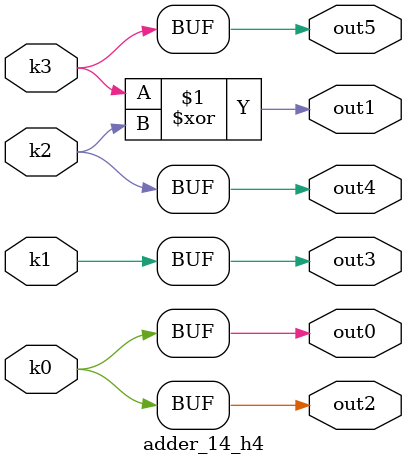
<source format=v>
module adder_14(pi00, pi01, pi02, pi03, pi04, pi05, pi06, pi07, pi08, pi09, po0, po1, po2, po3, po4, po5);
input pi00, pi01, pi02, pi03, pi04, pi05, pi06, pi07, pi08, pi09;
output po0, po1, po2, po3, po4, po5;
wire k0, k1, k2, k3;
adder_14_w4 DUT1 (pi00, pi01, pi02, pi03, pi04, pi05, pi06, pi07, pi08, pi09, k0, k1, k2, k3);
adder_14_h4 DUT2 (k0, k1, k2, k3, po0, po1, po2, po3, po4, po5);
endmodule

module adder_14_w4(in9, in8, in7, in6, in5, in4, in3, in2, in1, in0, k3, k2, k1, k0);
input in9, in8, in7, in6, in5, in4, in3, in2, in1, in0;
output k3, k2, k1, k0;
assign k0 =   ((~in6 ^ in2) & (((~in7 | ~in3) & (((~in9 | ~in5) & ((in1 & ~in8) | (~in0 & ~in4))) | (~in9 & ~in5 & (~in8 | ~in4)) | (~in8 & ~in4))) | (~in7 & ~in3))) | ((in6 ^ in2) & ((in7 & in3) | ((in7 | in3) & (((in9 | in5) & ((in0 & in8) | (~in1 & in4))) | (in8 & in4) | (in9 & in5 & (in8 | in4))))));
assign k1 =   ((~in7 ^ in3) & (((~in9 | ~in5) & ((in1 & ~in8) | (~in0 & ~in4))) | (~in9 & ~in5 & (~in8 | ~in4)) | (~in8 & ~in4))) | ((in7 ^ in3) & (((in9 | in5) & ((in0 & in8) | (~in1 & in4))) | (in8 & in4) | (in9 & in5 & (in8 | in4))));
assign k2 =   ((~in9 | ~in5) & ((in1 & in8 & in4) | (~in0 & ~in8 & ~in4))) | ((in9 | in5) & ((~in1 & ~in8 & in4) | (in0 & in8 & ~in4))) | (in9 & in5 & (in8 ^ in4)) | (~in9 & ~in5 & (~in8 ^ in4));
assign k3 =   (in0 & (in9 ^ in5)) | (in1 & (~in9 ^ in5));
endmodule

module adder_14_h4(k3, k2, k1, k0, out5, out4, out3, out2, out1, out0);
input k3, k2, k1, k0;
output out5, out4, out3, out2, out1, out0;
assign out0 = k0;
assign out1 = k3 ^ k2;
assign out2 = k0;
assign out3 = k1;
assign out4 = k2;
assign out5 = k3;
endmodule

</source>
